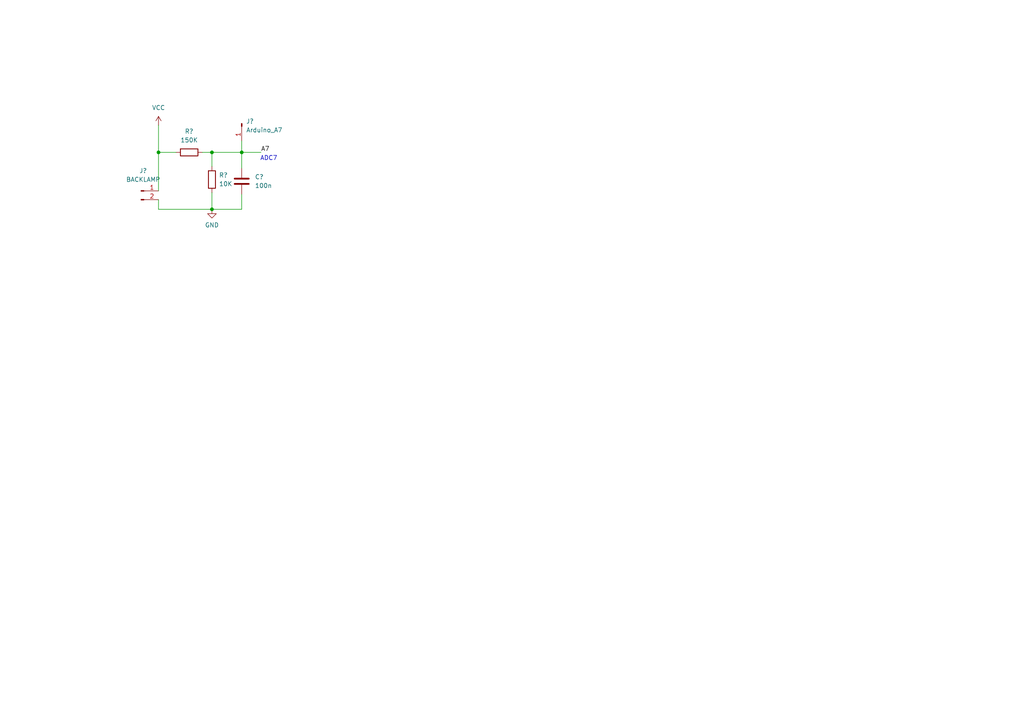
<source format=kicad_sch>
(kicad_sch (version 20211123) (generator eeschema)
  (paper "A4")
  (lib_symbols
    (symbol "Connector:Conn_01x01_Male" (pin_names (offset 1.016) hide)
      (property "Reference" "J" (at 0 2.54 0))
      (property "Value" "Conn_01x01_Male" (at 0 -2.54 0))
      (symbol "Conn_01x01_Male_1_1"
        (polyline (pts (xy 1.27 0) (xy 0.8636 0)) (stroke (width 0.1524)))
        (rectangle (start 0.8636 0.127) (end 0 -0.127) (stroke (width 0.1524)) (fill (type outline)))
        (pin passive line (at 5.08 0 180) (length 3.81) (name "Pin_1") (number "1"))
      )
    )
    (symbol "Connector:Conn_01x02_Male" (pin_names (offset 1.016) hide)
      (property "Reference" "J" (at 0 2.54 0))
      (property "Value" "Conn_01x02_Male" (at 0 -5.08 0))
      (symbol "Conn_01x02_Male_1_1"
        (polyline (pts (xy 1.27 -2.54) (xy 0.8636 -2.54)) (stroke (width 0.1524)))
        (polyline (pts (xy 1.27 0) (xy 0.8636 0)) (stroke (width 0.1524)))
        (rectangle (start 0.8636 -2.413) (end 0 -2.667) (stroke (width 0.1524)) (fill (type outline)))
        (rectangle (start 0.8636 0.127) (end 0 -0.127) (stroke (width 0.1524)) (fill (type outline)))
        (pin passive line (at 5.08 0 180) (length 3.81) (name "Pin_1") (number "1"))
        (pin passive line (at 5.08 -2.54 180) (length 3.81) (name "Pin_2") (number "2"))
      )
    )
    (symbol "Device:C" (pin_numbers hide) (pin_names (offset 0.254))
      (property "Reference" "C" (at 0.635 2.54 0))
      (property "Value" "C" (at 0.635 -2.54 0))
      (symbol "C_0_1"
        (polyline (pts (xy -2.032 -0.762) (xy 2.032 -0.762)) (stroke (width 0.508)))
        (polyline (pts (xy -2.032 0.762) (xy 2.032 0.762)) (stroke (width 0.508)))
      )
      (symbol "C_1_1"
        (pin passive line (at 0 3.81 270) (length 2.794) (name "~") (number "1"))
        (pin passive line (at 0 -3.81 90) (length 2.794) (name "~") (number "2"))
      )
    )
    (symbol "Device:R" (pin_numbers hide) (pin_names (offset 0))
      (property "Reference" "R" (at 2.032 0 90))
      (property "Value" "R" (at 0 0 90))
      (symbol "R_0_1"
        (rectangle (start -1.016 -2.54) (end 1.016 2.54) (stroke (width 0.254)))
      )
      (symbol "R_1_1"
        (pin passive line (at 0 3.81 270) (length 1.27) (name "~") (number "1"))
        (pin passive line (at 0 -3.81 90) (length 1.27) (name "~") (number "2"))
      )
    )
    (symbol "power:GND" (power) (pin_names (offset 0))
      (property "Value" "GND" (at 0 -3.81 0))
      (symbol "GND_0_1"
        (polyline (pts (xy 0 0) (xy 0 -1.27) (xy 1.27 -1.27) (xy 0 -2.54) (xy -1.27 -1.27) (xy 0 -1.27)))
      )
      (symbol "GND_1_1"
        (pin power_in line (at 0 0 270) (length 0) hide (name "GND") (number "1"))
      )
    )
    (symbol "power:VCC" (power) (pin_names (offset 0))
      (property "Value" "VCC" (at 0 3.81 0))
      (symbol "VCC_0_1"
        (polyline (pts (xy -0.762 1.27) (xy 0 2.54)))
        (polyline (pts (xy 0 0) (xy 0 2.54)))
        (polyline (pts (xy 0 2.54) (xy 0.762 1.27)))
      )
      (symbol "VCC_1_1"
        (pin power_in line (at 0 0 90) (length 0) hide (name "VCC") (number "1"))
      )
    )
  )
  (junction (at 61.468 60.706))
  (junction (at 70.104 44.196))
  (junction (at 61.468 44.196))
  (junction (at 45.974 44.196))
  (wire (pts (xy 45.974 60.706) (xy 45.974 57.912)))
  (wire (pts (xy 61.468 48.26) (xy 61.468 44.196)))
  (wire (pts (xy 70.104 60.706) (xy 61.468 60.706)))
  (wire (pts (xy 58.674 44.196) (xy 61.468 44.196)))
  (wire (pts (xy 51.054 44.196) (xy 45.974 44.196)))
  (wire (pts (xy 45.974 60.706) (xy 61.468 60.706)))
  (wire (pts (xy 61.468 55.88) (xy 61.468 60.706)))
  (wire (pts (xy 45.974 36.322) (xy 45.974 44.196)))
  (wire (pts (xy 45.974 55.372) (xy 45.974 44.196)))
  (wire (pts (xy 75.692 44.196) (xy 70.104 44.196)))
  (wire (pts (xy 70.104 40.894) (xy 70.104 44.196)))
  (wire (pts (xy 70.104 44.196) (xy 61.468 44.196)))
  (wire (pts (xy 70.104 48.768) (xy 70.104 44.196)))
  (wire (pts (xy 70.104 56.388) (xy 70.104 60.706)))
  (text "ADC7" (at 75.438 46.736 0) (effects (font (size 1.27 1.27)) (justify left bottom)))
  (label "A7" (at 75.692 44.196 0))
  (symbol (lib_id "Connector:Conn_01x02_Male") (at 40.894 55.372 0) (unit 1)
    (property "Reference" "J?" (at 41.529 49.53 0))
    (property "Value" "BACKLAMP" (at 41.529 52.07 0))
    (property "Footprint" "Connector_PinHeader_2.54mm:PinHeader_1x02_P2.54mm_Vertical" (effects hide))
  )
  (symbol (lib_id "power:GND") (at 61.468 60.706 0) (unit 1)
    (property "Reference" "#PWR?" (effects hide))
    (property "Value" "GND" (at 61.468 65.278 0))
  )
  (symbol (lib_id "Device:R") (at 54.864 44.196 270) (unit 1)
    (property "Reference" "R?" (at 54.864 38.1 90))
    (property "Value" "150K" (at 54.864 40.64 90))
    (property "Footprint" "Resistor_THT:R_Axial_DIN0207_L6.3mm_D2.5mm_P7.62mm_Horizontal" (effects hide))
  )
  (symbol (lib_id "Device:R") (at 61.468 52.07 180) (unit 1)
    (property "Reference" "R?" (at 63.5 50.7999 0) (effects (justify right)))
    (property "Value" "10K" (at 63.5 53.3399 0) (effects (justify right)))
    (property "Footprint" "Resistor_THT:R_Axial_DIN0207_L6.3mm_D2.5mm_P7.62mm_Horizontal" (effects hide))
  )
  (symbol (lib_id "power:VCC") (at 45.974 36.322 0) (unit 1)
    (property "Reference" "#PWR?" (effects hide))
    (property "Value" "VCC" (at 45.974 31.242 0))
  )
  (symbol (lib_id "Device:C") (at 70.104 52.578 0) (unit 1)
    (property "Reference" "C?" (at 73.914 51.3079 0) (effects (justify left)))
    (property "Value" "100n" (at 73.914 53.8479 0) (effects (justify left)))
    (property "Footprint" "Capacitor_THT:C_Disc_D5.0mm_W2.5mm_P2.50mm" (effects hide))
  )
  (symbol (lib_id "Connector:Conn_01x01_Male") (at 70.104 35.814 270) (unit 1)
    (property "Reference" "J?" (at 71.374 35.1789 90) (effects (justify left)))
    (property "Value" "Arduino_A7" (at 71.374 37.7189 90) (effects (justify left)))
    (property "Footprint" "Connector_PinHeader_2.54mm:PinHeader_1x01_P2.54mm_Vertical" (effects hide))
  )
)
</source>
